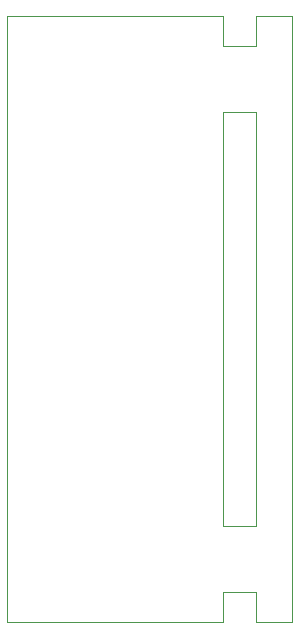
<source format=gm1>
G04 #@! TF.GenerationSoftware,KiCad,Pcbnew,(5.1.6)-1*
G04 #@! TF.CreationDate,2020-06-29T16:56:31-07:00*
G04 #@! TF.ProjectId,devboard-edgerail,64657662-6f61-4726-942d-656467657261,A*
G04 #@! TF.SameCoordinates,PX7c82060PY49a3900*
G04 #@! TF.FileFunction,Profile,NP*
%FSLAX46Y46*%
G04 Gerber Fmt 4.6, Leading zero omitted, Abs format (unit mm)*
G04 Created by KiCad (PCBNEW (5.1.6)-1) date 2020-06-29 16:56:31*
%MOMM*%
%LPD*%
G01*
G04 APERTURE LIST*
G04 #@! TA.AperFunction,Profile*
%ADD10C,0.050800*%
G04 #@! TD*
G04 APERTURE END LIST*
D10*
X21082000Y-8128000D02*
X21082000Y-43180000D01*
X21082000Y-2540000D02*
X21082000Y0D01*
X18288000Y-2540000D02*
X18288000Y0D01*
X18288000Y-43180000D02*
X18288000Y-8128000D01*
X18288000Y-2540000D02*
X21082000Y-2540000D01*
X18288000Y-8128000D02*
X21082000Y-8128000D01*
X18288000Y-43180000D02*
X21082000Y-43180000D01*
X18288000Y-51308000D02*
X18288000Y-48768000D01*
X21082000Y-48768000D02*
X21082000Y-51308000D01*
X18288000Y-48768000D02*
X21082000Y-48768000D01*
X24130000Y-51308000D02*
X21082000Y-51308000D01*
X24130000Y0D02*
X24130000Y-51308000D01*
X21082000Y0D02*
X24130000Y0D01*
X0Y-51308000D02*
X0Y0D01*
X18288000Y-51308000D02*
X0Y-51308000D01*
X0Y0D02*
X18288000Y0D01*
M02*

</source>
